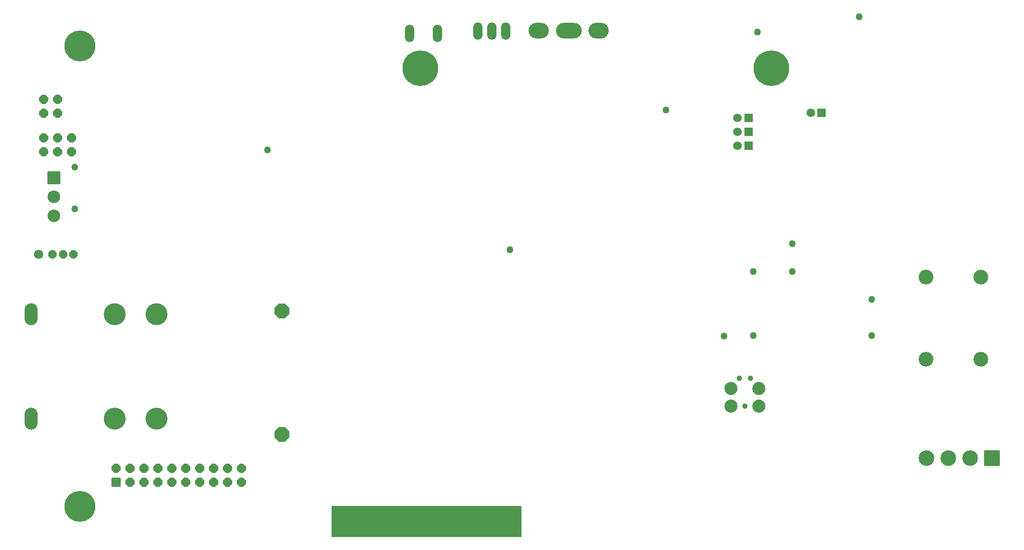
<source format=gbr>
%TF.GenerationSoftware,KiCad,Pcbnew,9.0.6-9.0.6~ubuntu24.04.1*%
%TF.CreationDate,2025-12-07T17:00:12+01:00*%
%TF.ProjectId,EEZ DIB DCP405plus,45455a20-4449-4422-9044-435034303570,r4B4*%
%TF.SameCoordinates,Original*%
%TF.FileFunction,Soldermask,Bot*%
%TF.FilePolarity,Negative*%
%FSLAX46Y46*%
G04 Gerber Fmt 4.6, Leading zero omitted, Abs format (unit mm)*
G04 Created by KiCad (PCBNEW 9.0.6-9.0.6~ubuntu24.04.1) date 2025-12-07 17:00:12*
%MOMM*%
%LPD*%
G01*
G04 APERTURE LIST*
G04 Aperture macros list*
%AMRoundRect*
0 Rectangle with rounded corners*
0 $1 Rounding radius*
0 $2 $3 $4 $5 $6 $7 $8 $9 X,Y pos of 4 corners*
0 Add a 4 corners polygon primitive as box body*
4,1,4,$2,$3,$4,$5,$6,$7,$8,$9,$2,$3,0*
0 Add four circle primitives for the rounded corners*
1,1,$1+$1,$2,$3*
1,1,$1+$1,$4,$5*
1,1,$1+$1,$6,$7*
1,1,$1+$1,$8,$9*
0 Add four rect primitives between the rounded corners*
20,1,$1+$1,$2,$3,$4,$5,0*
20,1,$1+$1,$4,$5,$6,$7,0*
20,1,$1+$1,$6,$7,$8,$9,0*
20,1,$1+$1,$8,$9,$2,$3,0*%
%AMFreePoly0*
4,1,25,0.359640,0.808373,0.364542,0.803882,0.803882,0.364542,0.825910,0.317301,0.826200,0.310660,0.826200,-0.310660,0.808373,-0.359640,0.803882,-0.364542,0.364542,-0.803882,0.317301,-0.825910,0.310660,-0.826200,-0.310660,-0.826200,-0.359640,-0.808373,-0.364542,-0.803882,-0.803882,-0.364542,-0.825910,-0.317301,-0.826200,-0.310660,-0.826200,0.310660,-0.808373,0.359640,-0.803882,0.364542,
-0.364542,0.803882,-0.317301,0.825910,-0.310660,0.826200,0.310660,0.826200,0.359640,0.808373,0.359640,0.808373,$1*%
%AMFreePoly1*
4,1,25,0.328574,0.733373,0.333476,0.728882,0.728882,0.333476,0.750910,0.286235,0.751200,0.279594,0.751200,-0.279594,0.733373,-0.328574,0.728882,-0.333476,0.333476,-0.728882,0.286235,-0.750910,0.279594,-0.751200,-0.279594,-0.751200,-0.328574,-0.733373,-0.333476,-0.728882,-0.728882,-0.333476,-0.750910,-0.286235,-0.751200,-0.279594,-0.751200,0.279594,-0.733373,0.328574,-0.728882,0.333476,
-0.333476,0.728882,-0.286235,0.750910,-0.279594,0.751200,0.279594,0.751200,0.328574,0.733373,0.328574,0.733373,$1*%
%AMFreePoly2*
4,1,25,0.575031,1.328373,0.579933,1.323882,1.323882,0.579933,1.345910,0.532692,1.346200,0.526051,1.346200,-0.526051,1.328373,-0.575031,1.323882,-0.579933,0.579933,-1.323882,0.532692,-1.345910,0.526051,-1.346200,-0.526051,-1.346200,-0.575031,-1.328373,-0.579933,-1.323882,-1.323882,-0.579933,-1.345910,-0.532692,-1.346200,-0.526051,-1.346200,0.526051,-1.328373,0.575031,-1.323882,0.579933,
-0.579933,1.323882,-0.532692,1.345910,-0.526051,1.346200,0.526051,1.346200,0.575031,1.328373,0.575031,1.328373,$1*%
G04 Aperture macros list end*
%ADD10C,0.200000*%
%ADD11O,1.676400X3.200400*%
%ADD12C,1.270000*%
%ADD13FreePoly0,0.000000*%
%ADD14O,3.704000X2.844000*%
%ADD15O,4.704000X2.844000*%
%ADD16C,2.387600*%
%ADD17C,0.990600*%
%ADD18RoundRect,0.076200X0.750000X0.750000X-0.750000X0.750000X-0.750000X-0.750000X0.750000X-0.750000X0*%
%ADD19FreePoly0,180.000000*%
%ADD20RoundRect,0.102000X-1.050000X1.050000X-1.050000X-1.050000X1.050000X-1.050000X1.050000X1.050000X0*%
%ADD21C,2.304000*%
%ADD22C,1.700000*%
%ADD23FreePoly1,180.000000*%
%ADD24C,5.652400*%
%ADD25RoundRect,0.102000X1.320000X1.320000X-1.320000X1.320000X-1.320000X-1.320000X1.320000X-1.320000X0*%
%ADD26C,2.844000*%
%ADD27RoundRect,0.102000X0.679000X0.679000X-0.679000X0.679000X-0.679000X-0.679000X0.679000X-0.679000X0*%
%ADD28C,1.562000*%
%ADD29FreePoly2,0.000000*%
%ADD30C,2.692400*%
%ADD31C,4.000000*%
%ADD32O,2.400000X4.000000*%
%ADD33C,6.500000*%
G04 APERTURE END LIST*
D10*
%TO.C,X1*%
X149950000Y-152450000D02*
X115450000Y-152450000D01*
X115450000Y-146950000D01*
X149950000Y-146950000D01*
X149950000Y-152450000D01*
G36*
X149950000Y-152450000D02*
G01*
X115450000Y-152450000D01*
X115450000Y-146950000D01*
X149950000Y-146950000D01*
X149950000Y-152450000D01*
G37*
%TD*%
D11*
%TO.C,R78*%
X134726100Y-60697500D03*
X129646100Y-60697500D03*
%TD*%
D12*
%TO.C,TP2*%
X147900000Y-100160000D03*
%TD*%
%TO.C,TP12*%
X193040000Y-60452000D03*
%TD*%
D13*
%TO.C,LED2*%
X65470000Y-79730000D03*
X65470000Y-82270000D03*
X62930000Y-79730000D03*
X62930000Y-82270000D03*
X68010000Y-79730000D03*
X68010000Y-82270000D03*
%TD*%
D12*
%TO.C,TP3*%
X199390000Y-99060000D03*
%TD*%
%TO.C,TP5*%
X192278000Y-104140000D03*
%TD*%
D14*
%TO.C,Q14*%
X164098000Y-60212900D03*
D15*
X158648000Y-60212900D03*
D14*
X153198000Y-60212900D03*
%TD*%
D16*
%TO.C,X2*%
X188240000Y-128690000D03*
D17*
X190780000Y-128690000D03*
D16*
X193320000Y-128690000D03*
X188240000Y-125515000D03*
X193320000Y-125515000D03*
D17*
X189764000Y-123610000D03*
X191796000Y-123610000D03*
%TD*%
D12*
%TO.C,TP9*%
X213868000Y-115824000D03*
%TD*%
D18*
%TO.C,X5*%
X76140000Y-142540000D03*
D19*
X76140000Y-140000000D03*
X78680000Y-142540000D03*
X78680000Y-140000000D03*
X81220000Y-142540000D03*
X81220000Y-140000000D03*
X83760000Y-142540000D03*
X83760000Y-140000000D03*
X86300000Y-142540000D03*
X86300000Y-140000000D03*
X88840000Y-142540000D03*
X88840000Y-140000000D03*
X91380000Y-142540000D03*
X91380000Y-140000000D03*
X93920000Y-142540000D03*
X93920000Y-140000000D03*
X96460000Y-142540000D03*
X96460000Y-140000000D03*
X99000000Y-142540000D03*
X99000000Y-140000000D03*
%TD*%
D20*
%TO.C,X4*%
X64800000Y-87000000D03*
D21*
X64800000Y-90500000D03*
X64800000Y-94000000D03*
%TD*%
D12*
%TO.C,TP13*%
X68580000Y-85090000D03*
%TD*%
%TO.C,TP8*%
X103730000Y-81990000D03*
%TD*%
%TO.C,TP4*%
X192278000Y-115824000D03*
%TD*%
%TO.C,TP6*%
X199390000Y-104140000D03*
%TD*%
D11*
%TO.C,Q17*%
X147172100Y-60240300D03*
X144632100Y-60240300D03*
X142092100Y-60240300D03*
%TD*%
D22*
%TO.C,LED1*%
X62000000Y-101000000D03*
D23*
X66445000Y-101000000D03*
X68350000Y-101000000D03*
X64540000Y-101000000D03*
%TD*%
D24*
%TO.C,KK1*%
X69500000Y-63000000D03*
%TD*%
D25*
%TO.C,X3*%
X235781000Y-138176000D03*
D26*
X231821000Y-138176000D03*
X227861000Y-138176000D03*
X223901000Y-138176000D03*
%TD*%
D12*
%TO.C,TP7*%
X186940000Y-115870000D03*
%TD*%
%TO.C,TP1*%
X176330000Y-74690000D03*
%TD*%
D13*
%TO.C,LED3*%
X62930000Y-72730000D03*
X62930000Y-75270000D03*
X65470000Y-72730000D03*
X65470000Y-75270000D03*
%TD*%
D27*
%TO.C,JP4*%
X191430000Y-78640000D03*
D28*
X189430000Y-78640000D03*
%TD*%
D27*
%TO.C,JP8*%
X191420000Y-76130000D03*
D28*
X189420000Y-76130000D03*
%TD*%
D24*
%TO.C,KK2*%
X69500000Y-147000000D03*
%TD*%
D29*
%TO.C,F1*%
X106362500Y-111360000D03*
X106362500Y-133860000D03*
%TD*%
D12*
%TO.C,TP14*%
X68580000Y-92710000D03*
%TD*%
D30*
%TO.C,L1*%
X223803200Y-120149000D03*
X223803200Y-105149000D03*
X233803200Y-120149000D03*
X233803200Y-105149000D03*
%TD*%
D12*
%TO.C,TP11*%
X211610000Y-57620000D03*
%TD*%
D31*
%TO.C,J1*%
X75900000Y-111950000D03*
D32*
X60600000Y-111950000D03*
D31*
X83500000Y-111950000D03*
%TD*%
D27*
%TO.C,JP7*%
X204758800Y-75184000D03*
D28*
X202758800Y-75184000D03*
%TD*%
D12*
%TO.C,TP10*%
X213868000Y-109220000D03*
%TD*%
D27*
%TO.C,JP5*%
X191420000Y-81160000D03*
D28*
X189420000Y-81160000D03*
%TD*%
D33*
%TO.C,KK7*%
X195604800Y-67047000D03*
X131604800Y-67047000D03*
%TD*%
D31*
%TO.C,J2*%
X75900000Y-131000000D03*
D32*
X60600000Y-131000000D03*
D31*
X83500000Y-131000000D03*
%TD*%
M02*

</source>
